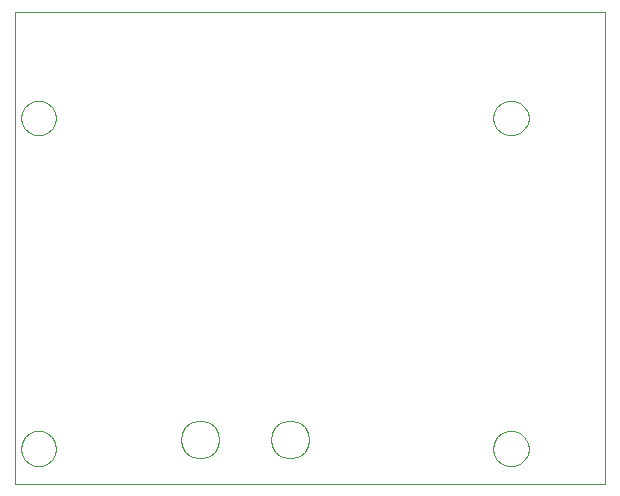
<source format=gbr>
G75*
G70*
%OFA0B0*%
%FSLAX24Y24*%
%IPPOS*%
%LPD*%
%AMOC8*
5,1,8,0,0,1.08239X$1,22.5*
%
%ADD10C,0.0000*%
D10*
X000258Y002467D02*
X019943Y002467D01*
X019943Y018215D01*
X000258Y018215D01*
X000258Y002467D01*
X000455Y003649D02*
X000491Y003851D01*
X000593Y004029D01*
X000750Y004161D01*
X000943Y004231D01*
X001149Y004231D01*
X001341Y004161D01*
X001499Y004029D01*
X001601Y003851D01*
X001637Y003649D01*
X001601Y003447D01*
X001499Y003269D01*
X001342Y003137D01*
X001149Y003067D01*
X000943Y003067D01*
X000750Y003137D01*
X000593Y003269D01*
X000491Y003447D01*
X000455Y003649D01*
X005793Y003954D02*
X005832Y004173D01*
X005943Y004365D01*
X006113Y004508D01*
X006322Y004584D01*
X006544Y004584D01*
X006753Y004508D01*
X006923Y004365D01*
X007034Y004173D01*
X007073Y003954D01*
X007034Y003735D01*
X006923Y003543D01*
X006753Y003400D01*
X006544Y003324D01*
X006322Y003324D01*
X006113Y003400D01*
X005943Y003543D01*
X005832Y003735D01*
X005793Y003954D01*
X008793Y003954D02*
X008832Y004173D01*
X008943Y004365D01*
X009113Y004508D01*
X009322Y004584D01*
X009544Y004584D01*
X009753Y004508D01*
X009923Y004365D01*
X010034Y004173D01*
X010073Y003954D01*
X010034Y003735D01*
X009923Y003543D01*
X009753Y003400D01*
X009544Y003324D01*
X009322Y003324D01*
X009113Y003400D01*
X008943Y003543D01*
X008832Y003735D01*
X008793Y003954D01*
X016203Y003649D02*
X016239Y003851D01*
X016341Y004029D01*
X016498Y004161D01*
X016691Y004231D01*
X016897Y004231D01*
X017089Y004161D01*
X017247Y004029D01*
X017349Y003851D01*
X017385Y003649D01*
X017349Y003447D01*
X017247Y003269D01*
X017090Y003137D01*
X016897Y003067D01*
X016691Y003067D01*
X016498Y003137D01*
X016341Y003269D01*
X016239Y003447D01*
X016203Y003649D01*
X016203Y014672D02*
X016239Y014874D01*
X016341Y015052D01*
X016498Y015184D01*
X016691Y015254D01*
X016897Y015254D01*
X017089Y015184D01*
X017247Y015052D01*
X017349Y014874D01*
X017385Y014672D01*
X017349Y014470D01*
X017247Y014292D01*
X017090Y014160D01*
X016897Y014090D01*
X016691Y014090D01*
X016498Y014160D01*
X016341Y014292D01*
X016239Y014470D01*
X016203Y014672D01*
X000455Y014672D02*
X000491Y014874D01*
X000593Y015052D01*
X000750Y015184D01*
X000943Y015254D01*
X001149Y015254D01*
X001341Y015184D01*
X001499Y015052D01*
X001601Y014874D01*
X001637Y014672D01*
X001601Y014470D01*
X001499Y014292D01*
X001342Y014160D01*
X001149Y014090D01*
X000943Y014090D01*
X000750Y014160D01*
X000593Y014292D01*
X000491Y014470D01*
X000455Y014672D01*
M02*

</source>
